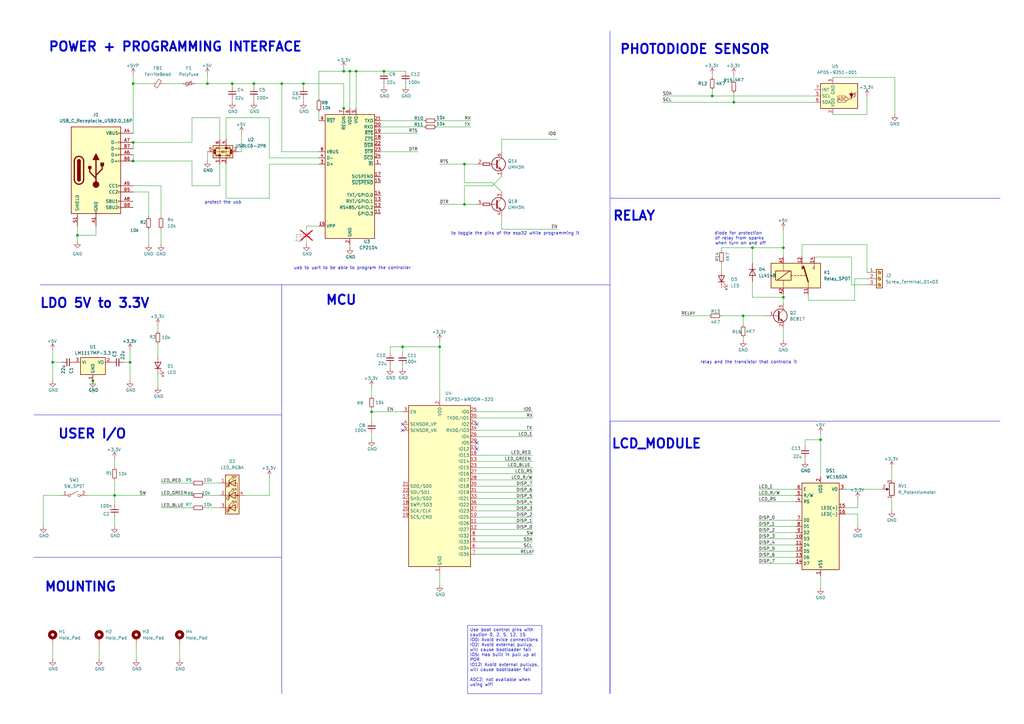
<source format=kicad_sch>
(kicad_sch (version 20231120) (generator "eeschema") (generator_version "8.0")
  (paper "A3")
  (junction (at 140.97 29.21))
  (junction (at 321.31 101.6))
  (junction (at 336.55 180.34))
  (junction (at 46.99 203.2))
  (junction (at 308.61 101.6))
  (junction (at 38.1 156.21))
  (junction (at 292.1 39.37))
  (junction (at 143.51 29.21))
  (junction (at 54.61 34.29))
  (junction (at 321.31 121.92))
  (junction (at 31.75 96.52))
  (junction (at 146.05 29.21))
  (junction (at 180.34 142.24))
  (junction (at 165.1 142.24))
  (junction (at 152.4 168.91))
  (junction (at 95.25 34.29))
  (junction (at 157.48 29.21))
  (junction (at 304.8 129.54))
  (junction (at 104.14 34.29))
  (junction (at 54.61 58.42))
  (junction (at 115.57 34.29))
  (junction (at 53.34 148.59))
  (junction (at 300.99 41.91))
  (junction (at 140.97 44.45))
  (junction (at 190.5 83.82))
  (junction (at 85.09 34.29))
  (junction (at 21.59 148.59))
  (junction (at 124.46 34.29))
  (junction (at 54.61 66.04))
  (junction (at 190.5 67.31))
  (no_connect (at 195.58 181.61))
  (no_connect (at 165.1 173.99))
  (no_connect (at 165.1 176.53))
  (no_connect (at 195.58 173.99))
  (no_connect (at 195.58 184.15))
  (wire (pts (xy 80.01 34.29) (xy 85.09 34.29)))
  (wire (pts (xy 156.21 62.23) (xy 171.45 62.23)))
  (wire (pts (xy 295.91 102.87) (xy 295.91 101.6)))
  (wire (pts (xy 195.58 201.93) (xy 218.44 201.93)))
  (wire (pts (xy 140.97 44.45) (xy 140.97 34.29)))
  (wire (pts (xy 355.6 100.33) (xy 328.93 100.33)))
  (wire (pts (xy 64.77 146.05) (xy 64.77 140.97)))
  (wire (pts (xy 295.91 129.54) (xy 304.8 129.54)))
  (wire (pts (xy 180.34 142.24) (xy 180.34 163.83)))
  (wire (pts (xy 46.99 212.09) (xy 46.99 215.9)))
  (wire (pts (xy 311.15 205.74) (xy 326.39 205.74)))
  (wire (pts (xy 73.66 264.16) (xy 73.66 270.51)))
  (wire (pts (xy 195.58 212.09) (xy 218.44 212.09)))
  (wire (pts (xy 195.58 207.01) (xy 218.44 207.01)))
  (wire (pts (xy 66.04 93.98) (xy 66.04 100.33)))
  (wire (pts (xy 110.49 67.31) (xy 130.81 67.31)))
  (wire (pts (xy 62.23 34.29) (xy 54.61 34.29)))
  (wire (pts (xy 21.59 143.51) (xy 21.59 148.59)))
  (wire (pts (xy 160.02 144.78) (xy 160.02 142.24)))
  (wire (pts (xy 60.96 78.74) (xy 60.96 88.9)))
  (wire (pts (xy 66.04 203.2) (xy 78.74 203.2)))
  (wire (pts (xy 180.34 67.31) (xy 190.5 67.31)))
  (wire (pts (xy 110.49 81.28) (xy 110.49 67.31)))
  (wire (pts (xy 66.04 198.12) (xy 78.74 198.12)))
  (wire (pts (xy 125.73 93.98) (xy 125.73 92.71)))
  (wire (pts (xy 130.81 29.21) (xy 140.97 29.21)))
  (wire (pts (xy 195.58 214.63) (xy 218.44 214.63)))
  (wire (pts (xy 25.4 203.2) (xy 17.78 203.2)))
  (wire (pts (xy 349.25 116.84) (xy 355.6 116.84)))
  (wire (pts (xy 92.71 67.31) (xy 92.71 81.28)))
  (wire (pts (xy 179.07 49.53) (xy 193.04 49.53)))
  (wire (pts (xy 46.99 203.2) (xy 35.56 203.2)))
  (wire (pts (xy 304.8 138.43) (xy 304.8 139.7)))
  (wire (pts (xy 311.15 223.52) (xy 326.39 223.52)))
  (wire (pts (xy 166.37 35.56) (xy 166.37 34.29)))
  (wire (pts (xy 39.37 96.52) (xy 31.75 96.52)))
  (wire (pts (xy 330.2 182.88) (xy 330.2 180.34)))
  (wire (pts (xy 143.51 44.45) (xy 143.51 29.21)))
  (wire (pts (xy 152.4 167.64) (xy 152.4 168.91)))
  (wire (pts (xy 90.17 76.2) (xy 78.74 76.2)))
  (wire (pts (xy 351.79 210.82) (xy 351.79 215.9)))
  (wire (pts (xy 321.31 101.6) (xy 321.31 105.41)))
  (wire (pts (xy 130.81 62.23) (xy 115.57 62.23)))
  (wire (pts (xy 53.34 148.59) (xy 53.34 156.21)))
  (wire (pts (xy 350.52 123.19) (xy 331.47 123.19)))
  (wire (pts (xy 355.6 111.76) (xy 355.6 100.33)))
  (wire (pts (xy 92.71 81.28) (xy 110.49 81.28)))
  (wire (pts (xy 55.88 264.16) (xy 55.88 270.51)))
  (wire (pts (xy 124.46 34.29) (xy 115.57 34.29)))
  (wire (pts (xy 99.06 62.23) (xy 97.79 62.23)))
  (wire (pts (xy 140.97 29.21) (xy 143.51 29.21)))
  (wire (pts (xy 195.58 168.91) (xy 218.44 168.91)))
  (wire (pts (xy 292.1 31.75) (xy 292.1 30.48)))
  (wire (pts (xy 83.82 203.2) (xy 90.17 203.2)))
  (wire (pts (xy 125.73 92.71) (xy 130.81 92.71)))
  (wire (pts (xy 195.58 176.53) (xy 218.44 176.53)))
  (wire (pts (xy 130.81 40.64) (xy 130.81 29.21)))
  (wire (pts (xy 60.96 93.98) (xy 60.96 100.33)))
  (wire (pts (xy 64.77 133.35) (xy 64.77 135.89)))
  (wire (pts (xy 341.63 31.75) (xy 367.03 31.75)))
  (wire (pts (xy 54.61 63.5) (xy 54.61 66.04)))
  (wire (pts (xy 156.21 54.61) (xy 171.45 54.61)))
  (wire (pts (xy 50.8 148.59) (xy 53.34 148.59)))
  (wire (pts (xy 355.6 39.37) (xy 355.6 46.99)))
  (wire (pts (xy 83.82 198.12) (xy 90.17 198.12)))
  (wire (pts (xy 92.71 48.26) (xy 110.49 48.26)))
  (wire (pts (xy 78.74 48.26) (xy 78.74 58.42)))
  (wire (pts (xy 46.99 207.01) (xy 46.99 203.2)))
  (wire (pts (xy 292.1 36.83) (xy 292.1 39.37)))
  (wire (pts (xy 130.81 49.53) (xy 130.81 45.72)))
  (wire (pts (xy 140.97 34.29) (xy 124.46 34.29)))
  (wire (pts (xy 17.78 203.2) (xy 17.78 215.9)))
  (wire (pts (xy 295.91 101.6) (xy 308.61 101.6)))
  (wire (pts (xy 330.2 180.34) (xy 336.55 180.34)))
  (wire (pts (xy 78.74 58.42) (xy 54.61 58.42)))
  (wire (pts (xy 195.58 224.79) (xy 218.44 224.79)))
  (wire (pts (xy 152.4 162.56) (xy 152.4 158.75)))
  (wire (pts (xy 64.77 158.75) (xy 64.77 153.67)))
  (wire (pts (xy 321.31 120.65) (xy 321.31 121.92)))
  (wire (pts (xy 190.5 74.93) (xy 190.5 67.31)))
  (wire (pts (xy 195.58 204.47) (xy 218.44 204.47)))
  (wire (pts (xy 205.74 57.15) (xy 228.6 57.15)))
  (wire (pts (xy 165.1 144.78) (xy 165.1 142.24)))
  (wire (pts (xy 201.93 76.2) (xy 205.74 72.39)))
  (wire (pts (xy 304.8 129.54) (xy 313.69 129.54)))
  (wire (pts (xy 160.02 149.86) (xy 160.02 151.13)))
  (wire (pts (xy 165.1 142.24) (xy 180.34 142.24)))
  (wire (pts (xy 39.37 92.71) (xy 39.37 96.52)))
  (wire (pts (xy 308.61 107.95) (xy 308.61 101.6)))
  (wire (pts (xy 336.55 180.34) (xy 336.55 195.58)))
  (wire (pts (xy 53.34 143.51) (xy 53.34 148.59)))
  (wire (pts (xy 311.15 203.2) (xy 326.39 203.2)))
  (wire (pts (xy 321.31 93.98) (xy 321.31 101.6)))
  (wire (pts (xy 271.78 41.91) (xy 300.99 41.91)))
  (wire (pts (xy 54.61 60.96) (xy 54.61 58.42)))
  (wire (pts (xy 311.15 226.06) (xy 326.39 226.06)))
  (wire (pts (xy 157.48 35.56) (xy 157.48 34.29)))
  (polyline (pts (xy 250.19 172.72) (xy 410.21 172.72)))
  (wire (pts (xy 311.15 220.98) (xy 326.39 220.98)))
  (polyline (pts (xy 250.19 12.7) (xy 250.19 284.48)))
  (wire (pts (xy 321.31 134.62) (xy 321.31 139.7)))
  (wire (pts (xy 180.34 234.95) (xy 180.34 240.03)))
  (wire (pts (xy 190.5 67.31) (xy 195.58 67.31)))
  (wire (pts (xy 295.91 110.49) (xy 295.91 107.95)))
  (wire (pts (xy 40.64 264.16) (xy 40.64 270.51)))
  (polyline (pts (xy 13.97 170.18) (xy 115.57 170.18)))
  (wire (pts (xy 367.03 31.75) (xy 367.03 46.99)))
  (wire (pts (xy 152.4 172.72) (xy 152.4 168.91)))
  (wire (pts (xy 279.4 129.54) (xy 290.83 129.54)))
  (wire (pts (xy 308.61 101.6) (xy 321.31 101.6)))
  (wire (pts (xy 292.1 39.37) (xy 334.01 39.37)))
  (wire (pts (xy 350.52 114.3) (xy 350.52 123.19)))
  (wire (pts (xy 54.61 76.2) (xy 66.04 76.2)))
  (wire (pts (xy 90.17 67.31) (xy 90.17 76.2)))
  (wire (pts (xy 365.76 204.47) (xy 365.76 209.55)))
  (wire (pts (xy 205.74 62.23) (xy 205.74 57.15)))
  (wire (pts (xy 311.15 215.9) (xy 326.39 215.9)))
  (wire (pts (xy 300.99 41.91) (xy 334.01 41.91)))
  (wire (pts (xy 300.99 33.02) (xy 300.99 30.48)))
  (wire (pts (xy 125.73 100.33) (xy 125.73 99.06)))
  (wire (pts (xy 195.58 196.85) (xy 218.44 196.85)))
  (wire (pts (xy 336.55 236.22) (xy 336.55 241.3)))
  (wire (pts (xy 311.15 218.44) (xy 326.39 218.44)))
  (wire (pts (xy 83.82 208.28) (xy 90.17 208.28)))
  (wire (pts (xy 54.61 30.48) (xy 54.61 34.29)))
  (wire (pts (xy 46.99 191.77) (xy 46.99 187.96)))
  (wire (pts (xy 304.8 133.35) (xy 304.8 129.54)))
  (wire (pts (xy 336.55 177.8) (xy 336.55 180.34)))
  (wire (pts (xy 195.58 179.07) (xy 218.44 179.07)))
  (wire (pts (xy 95.25 41.91) (xy 95.25 40.64)))
  (wire (pts (xy 21.59 264.16) (xy 21.59 270.51)))
  (wire (pts (xy 179.07 52.07) (xy 193.04 52.07)))
  (wire (pts (xy 195.58 227.33) (xy 218.44 227.33)))
  (wire (pts (xy 308.61 115.57) (xy 308.61 121.92)))
  (polyline (pts (xy 250.19 172.72) (xy 250.19 284.48)))
  (wire (pts (xy 67.31 34.29) (xy 74.93 34.29)))
  (wire (pts (xy 110.49 64.77) (xy 130.81 64.77)))
  (wire (pts (xy 160.02 142.24) (xy 165.1 142.24)))
  (wire (pts (xy 143.51 101.6) (xy 143.51 100.33)))
  (wire (pts (xy 31.75 96.52) (xy 31.75 99.06)))
  (wire (pts (xy 54.61 78.74) (xy 60.96 78.74)))
  (wire (pts (xy 54.61 34.29) (xy 54.61 54.61)))
  (wire (pts (xy 66.04 208.28) (xy 78.74 208.28)))
  (wire (pts (xy 100.33 203.2) (xy 110.49 203.2)))
  (wire (pts (xy 195.58 219.71) (xy 218.44 219.71)))
  (polyline (pts (xy 16.51 116.84) (xy 250.19 116.84)))
  (wire (pts (xy 334.01 105.41) (xy 349.25 105.41)))
  (wire (pts (xy 46.99 203.2) (xy 59.69 203.2)))
  (wire (pts (xy 140.97 45.72) (xy 140.97 44.45)))
  (wire (pts (xy 78.74 66.04) (xy 54.61 66.04)))
  (wire (pts (xy 90.17 57.15) (xy 90.17 48.26)))
  (wire (pts (xy 66.04 76.2) (xy 66.04 88.9)))
  (wire (pts (xy 195.58 171.45) (xy 218.44 171.45)))
  (wire (pts (xy 21.59 148.59) (xy 21.59 156.21)))
  (wire (pts (xy 104.14 41.91) (xy 104.14 40.64)))
  (wire (pts (xy 365.76 191.77) (xy 365.76 196.85)))
  (wire (pts (xy 190.5 76.2) (xy 201.93 76.2)))
  (wire (pts (xy 205.74 93.98) (xy 228.6 93.98)))
  (wire (pts (xy 38.1 156.21) (xy 38.1 161.29)))
  (wire (pts (xy 180.34 83.82) (xy 190.5 83.82)))
  (wire (pts (xy 346.71 210.82) (xy 351.79 210.82)))
  (wire (pts (xy 195.58 191.77) (xy 218.44 191.77)))
  (wire (pts (xy 195.58 186.69) (xy 218.44 186.69)))
  (wire (pts (xy 95.25 35.56) (xy 95.25 34.29)))
  (wire (pts (xy 152.4 168.91) (xy 165.1 168.91)))
  (wire (pts (xy 180.34 139.7) (xy 180.34 142.24)))
  (wire (pts (xy 110.49 203.2) (xy 110.49 195.58)))
  (wire (pts (xy 143.51 29.21) (xy 146.05 29.21)))
  (wire (pts (xy 271.78 39.37) (xy 292.1 39.37)))
  (wire (pts (xy 300.99 38.1) (xy 300.99 41.91)))
  (wire (pts (xy 78.74 76.2) (xy 78.74 66.04)))
  (wire (pts (xy 308.61 121.92) (xy 321.31 121.92)))
  (wire (pts (xy 346.71 200.66) (xy 361.95 200.66)))
  (wire (pts (xy 104.14 34.29) (xy 95.25 34.29)))
  (wire (pts (xy 328.93 100.33) (xy 328.93 105.41)))
  (wire (pts (xy 156.21 52.07) (xy 173.99 52.07)))
  (wire (pts (xy 205.74 93.98) (xy 205.74 88.9)))
  (wire (pts (xy 321.31 121.92) (xy 321.31 124.46)))
  (wire (pts (xy 165.1 149.86) (xy 165.1 151.13)))
  (wire (pts (xy 140.97 27.94) (xy 140.97 29.21)))
  (polyline (pts (xy 13.97 228.6) (xy 115.57 228.6)))
  (wire (pts (xy 195.58 189.23) (xy 218.44 189.23)))
  (wire (pts (xy 46.99 196.85) (xy 46.99 203.2)))
  (wire (pts (xy 195.58 217.17) (xy 218.44 217.17)))
  (wire (pts (xy 311.15 200.66) (xy 326.39 200.66)))
  (wire (pts (xy 205.74 78.74) (xy 201.93 74.93)))
  (wire (pts (xy 355.6 114.3) (xy 350.52 114.3)))
  (wire (pts (xy 311.15 228.6) (xy 326.39 228.6)))
  (wire (pts (xy 156.21 49.53) (xy 173.99 49.53)))
  (wire (pts (xy 110.49 48.26) (xy 110.49 64.77)))
  (wire (pts (xy 195.58 199.39) (xy 218.44 199.39)))
  (wire (pts (xy 331.47 123.19) (xy 331.47 120.65)))
  (wire (pts (xy 85.09 62.23) (xy 85.09 66.04)))
  (wire (pts (xy 341.63 46.99) (xy 355.6 46.99)))
  (wire (pts (xy 124.46 41.91) (xy 124.46 40.64)))
  (wire (pts (xy 146.05 29.21) (xy 146.05 44.45)))
  (wire (pts (xy 311.15 231.14) (xy 326.39 231.14)))
  (wire (pts (xy 330.2 187.96) (xy 330.2 189.23)))
  (polyline (pts (xy 250.19 81.28) (xy 410.21 81.28)))
  (wire (pts (xy 152.4 177.8) (xy 152.4 180.34)))
  (wire (pts (xy 195.58 194.31) (xy 218.44 194.31)))
  (wire (pts (xy 346.71 208.28) (xy 351.79 208.28)))
  (wire (pts (xy 195.58 209.55) (xy 218.44 209.55)))
  (wire (pts (xy 85.09 34.29) (xy 85.09 30.48)))
  (polyline (pts (xy 115.57 116.84) (xy 115.57 284.48)))
  (wire (pts (xy 311.15 213.36) (xy 326.39 213.36)))
  (wire (pts (xy 190.5 83.82) (xy 195.58 83.82)))
  (wire (pts (xy 99.06 54.61) (xy 99.06 62.23)))
  (wire (pts (xy 90.17 48.26) (xy 78.74 48.26)))
  (wire (pts (xy 146.05 29.21) (xy 157.48 29.21)))
  (wire (pts (xy 104.14 35.56) (xy 104.14 34.29)))
  (wire (pts (xy 157.48 29.21) (xy 166.37 29.21)))
  (wire (pts (xy 115.57 34.29) (xy 104.14 34.29)))
  (wire (pts (xy 351.79 204.47) (xy 351.79 208.28)))
  (wire (pts (xy 95.25 34.29) (xy 85.09 34.29)))
  (wire (pts (xy 349.25 105.41) (xy 349.25 116.84)))
  (wire (pts (xy 92.71 57.15) (xy 92.71 48.26)))
  (wire (pts (xy 195.58 222.25) (xy 218.44 222.25)))
  (wire (pts (xy 115.57 62.23) (xy 115.57 34.29)))
  (wire (pts (xy 201.93 74.93) (xy 190.5 74.93)))
  (wire (pts (xy 25.4 148.59) (xy 21.59 148.59)))
  (wire (pts (xy 124.46 35.56) (xy 124.46 34.29)))
  (wire (pts (xy 31.75 92.71) (xy 31.75 96.52)))
  (wire (pts (xy 190.5 76.2) (xy 190.5 83.82)))
  (text_box "Use boot control pins with caution 0, 2, 5, 12, 15\nIO0: Avoid evice connections\nIO2: Avoid external pullup, will cause bootloader fail\nIO5: Has built in pull up at POR\nIO12: Avoid external pullups, will cause bootloader fail\n\nADC2; not available when using wifi\n" (at 191.77 256.54 0) (size 30.48 27.94) (effects (font (size 1.27 1.27)) (justify left top)))
  (text "PHOTODIODE SENSOR\n" (at 284.988 20.32 0) (effects (font (size 3.81 3.81) (thickness 0.762) (bold yes))))
  (text "LCD_MODULE" (at 269.24 182.118 0) (effects (font (size 3.81 3.81) (thickness 0.762) (bold yes))))
  (text "protect the usb" (at 91.44 83.058 0) (effects (font (size 1.27 1.27))))
  (text "usb to uart to be able to program the controller\n" (at 144.526 109.982 0) (effects (font (size 1.27 1.27))))
  (text "MCU\n" (at 139.954 123.19 0) (effects (font (size 3.81 3.81) (thickness 0.762) (bold yes))))
  (text "POWER + PROGRAMMING INTERFACE\n" (at 71.882 19.304 0) (effects (font (size 3.81 3.81) (thickness 0.762) (bold yes))))
  (text "RELAY\n" (at 260.096 88.646 0) (effects (font (size 3.81 3.81) (thickness 0.762) (bold yes))))
  (text "MOUNTING\n" (at 33.02 240.792 0) (effects (font (size 3.81 3.81) (thickness 0.762) (bold yes))))
  (text "diode for protection \nof relay from sparks\n when turn on and off\n" (at 303.276 97.79 0) (effects (font (size 1.27 1.27))))
  (text "LDO 5V to 3.3V" (at 38.862 124.46 0) (effects (font (size 3.81 3.81) (thickness 0.762) (bold yes))))
  (text "relay and the transistor that controlls it\n" (at 307.086 148.59 0) (effects (font (size 1.27 1.27))))
  (text "to toggle the pins of the esp32 while programming it " (at 211.836 95.758 0) (effects (font (size 1.27 1.27))))
  (text "USER I/O\n" (at 37.846 178.054 0) (effects (font (size 3.81 3.81) (thickness 0.762) (bold yes))))
  (label "RTS" (at 167.64 54.61 0))
  (label "TX" (at 190.5 52.07 0))
  (label "DISP_6" (at 218.44 201.93 180))
  (label "RELAY" (at 213.36 227.33 0))
  (label "DISP_6" (at 311.15 228.6 0))
  (label "RX" (at 215.9 171.45 0))
  (label "LED_RED" (at 66.04 198.12 0))
  (label "LED_GREEN" (at 66.04 203.2 0))
  (label "DISP_1" (at 218.44 214.63 180))
  (label "DTR" (at 180.34 83.82 0))
  (label "SCL" (at 214.63 224.79 0))
  (label "DISP_0" (at 218.44 217.17 180))
  (label "SDA" (at 214.63 222.25 0))
  (label "DISP_7" (at 218.44 199.39 180))
  (label "LED_RED" (at 209.55 186.69 0))
  (label "DISP_2" (at 311.15 218.44 0))
  (label "LED_BLUE" (at 66.04 208.28 0))
  (label "LED_GREEN" (at 207.01 189.23 0))
  (label "RX" (at 190.5 49.53 0))
  (label "LCD_RS" (at 311.15 205.74 0))
  (label "DISP_4" (at 311.15 223.52 0))
  (label "IO0" (at 224.79 55.88 0))
  (label "TX" (at 215.9 176.53 0))
  (label "LCD_E" (at 311.15 200.66 0))
  (label "LCD_R{slash}W" (at 311.15 203.2 0))
  (label "IO0" (at 214.63 168.91 0))
  (label "SDA" (at 271.78 39.37 0))
  (label "SW" (at 215.9 219.71 0))
  (label "LCD_R{slash}W" (at 218.44 196.85 180))
  (label "DISP_0" (at 311.15 213.36 0))
  (label "LED_BLUE" (at 208.28 191.77 0))
  (label "SCL" (at 271.78 41.91 0))
  (label "RELAY" (at 279.4 129.54 0))
  (label "DISP_4" (at 218.44 207.01 180))
  (label "EN" (at 226.06 93.98 0))
  (label "RTS" (at 180.34 67.31 0))
  (label "LCD_RS" (at 218.44 194.31 180))
  (label "DISP_3" (at 218.44 209.55 180))
  (label "DISP_2" (at 218.44 212.09 180))
  (label "DISP_1" (at 311.15 215.9 0))
  (label "SW" (at 57.15 203.2 0))
  (label "DISP_5" (at 218.44 204.47 180))
  (label "LCD_E" (at 218.44 179.07 180))
  (label "DISP_3" (at 311.15 220.98 0))
  (label "EN" (at 158.75 168.91 0))
  (label "DISP_5" (at 311.15 226.06 0))
  (label "DISP_7" (at 311.15 231.14 0))
  (label "DTR" (at 167.64 62.23 0))
  (symbol (lib_id "power:GND") (at 165.1 151.13 0) (unit 1)
    (property "Reference" "#PWR033" (effects (hide yes)))
    (property "Value" "GND" (at 165.354 154.94 0))
    (property "Description" "Power symbol creates a global label with name \"GND\" , ground" (effects (hide yes)))
  )
  (symbol (lib_id "power:+5V") (at 300.99 30.48 0) (unit 1)
    (property "Reference" "#PWR038" (effects (hide yes)))
    (property "Value" "+3.3V" (at 300.736 26.924 0))
    (property "Description" "Power symbol creates a global label with name \"+5V\"" (effects (hide yes)))
  )
  (symbol (lib_id "Display_Character:WC1602A") (at 336.55 215.9 0) (unit 1)
    (property "Reference" "DS1" (at 338.7441 193.04 0) (effects (justify left)))
    (property "Value" "WC1602A" (at 338.7441 195.58 0) (effects (justify left)))
    (property "Footprint" "Display:WC1602A" (effects (hide yes)))
    (property "Datasheet" "http://www.wincomlcd.com/pdf/WC1602A-SFYLYHTC06.pdf" (effects (hide yes)))
    (property "Description" "LCD 16x2 Alphanumeric , 8 bit parallel bus, 5V VDD" (effects (hide yes)))
  )
  (symbol (lib_id "Device:C_Small") (at 166.37 31.75 0) (unit 1)
    (property "Reference" "C12" (at 168.402 30.48 0) (effects (justify left)))
    (property "Value" "100n" (at 167.386 33.782 0) (effects (justify left)))
    (property "Footprint" "Capacitor_SMD:C_0201_0603Metric_Pad0.64x0.40mm_HandSolder" (effects (hide yes)))
    (property "Description" "Unpolarized capacitor, small symbol" (effects (hide yes)))
  )
  (symbol (lib_id "Diode:LL4148") (at 308.61 111.76 270) (unit 1)
    (property "Reference" "D4" (at 311.15 110.4899 90) (effects (justify left)))
    (property "Value" "LL4148" (at 311.15 113.0299 90) (effects (justify left)))
    (property "Footprint" "Diode_SMD:D_MiniMELF_Handsoldering" (effects (hide yes)))
    (property "Datasheet" "http://www.vishay.com/docs/85557/ll4148.pdf" (effects (hide yes)))
    (property "Description" "100V 0.15A standard switching diode, MiniMELF" (effects (hide yes)))
    (property "Sim.Device" "D" (effects (hide yes)))
    (property "Sim.Pins" "1=K 2=A" (effects (hide yes)))
  )
  (symbol (lib_id "power:+5V") (at 110.49 195.58 0) (unit 1)
    (property "Reference" "#PWR024" (effects (hide yes)))
    (property "Value" "+3.3V" (at 110.236 192.024 0))
    (property "Description" "Power symbol creates a global label with name \"+5V\"" (effects (hide yes)))
  )
  (symbol (lib_id "Device:R_Small") (at 60.96 91.44 0) (unit 1)
    (property "Reference" "R2" (at 57.404 91.186 0) (effects (justify left)))
    (property "Value" "10k" (at 53.34 94.488 0) (effects (justify left)))
    (property "Footprint" "Resistor_SMD:R_01005_0402Metric_Pad0.57x0.30mm_HandSolder" (effects (hide yes)))
    (property "Description" "Resistor, small symbol" (effects (hide yes)))
  )
  (symbol (lib_id "power:+5V") (at 152.4 158.75 0) (unit 1)
    (property "Reference" "#PWR029" (effects (hide yes)))
    (property "Value" "+3.3V" (at 152.146 155.194 0))
    (property "Description" "Power symbol creates a global label with name \"+5V\"" (effects (hide yes)))
  )
  (symbol (lib_id "Device:C_Small") (at 48.26 148.59 90) (unit 1)
    (property "Reference" "C3" (at 46.99 146.558 0) (effects (justify left)))
    (property "Value" "22u" (at 50.292 147.574 0) (effects (justify left)))
    (property "Footprint" "Capacitor_SMD:C_01005_0402Metric_Pad0.57x0.30mm_HandSolder" (effects (hide yes)))
    (property "Description" "Unpolarized capacitor, small symbol" (effects (hide yes)))
  )
  (symbol (lib_id "power:GND") (at 365.76 209.55 0) (unit 1)
    (property "Reference" "#PWR049" (effects (hide yes)))
    (property "Value" "GND" (at 365.76 213.36 0))
    (property "Description" "Power symbol creates a global label with name \"GND\" , ground" (effects (hide yes)))
  )
  (symbol (lib_id "power:+5V") (at 365.76 191.77 0) (unit 1)
    (property "Reference" "#PWR048" (effects (hide yes)))
    (property "Value" "+3.3V" (at 365.506 188.214 0))
    (property "Description" "Power symbol creates a global label with name \"+5V\"" (effects (hide yes)))
  )
  (symbol (lib_id "Relay:Relay_SPDT") (at 326.39 113.03 0) (unit 1)
    (property "Reference" "K1" (at 337.82 111.7599 0) (effects (justify left)))
    (property "Value" "Relay_SPDT" (at 337.82 114.2999 0) (effects (justify left)))
    (property "Footprint" "Relay_THT:Relay_SPDT_Schrack-RT1-16A-FormC_RM5mm" (effects (hide yes)))
    (property "Description" "Monostable Relay SPDT, EN50005" (effects (hide yes)))
  )
  (symbol (lib_id "power:GND") (at 160.02 151.13 0) (unit 1)
    (property "Reference" "#PWR032" (effects (hide yes)))
    (property "Value" "GND" (at 160.274 154.94 0))
    (property "Description" "Power symbol creates a global label with name \"GND\" , ground" (effects (hide yes)))
  )
  (symbol (lib_id "Connector:Screw_Terminal_01x03") (at 360.68 114.3 0) (unit 1)
    (property "Reference" "J2" (at 363.22 113.0299 0) (effects (justify left)))
    (property "Value" "Screw_Terminal_01x03" (at 363.22 115.5699 0) (effects (justify left)))
    (property "Footprint" "TerminalBlock_Phoenix:TerminalBlock_Phoenix_PTSM-0,5-3-2.5-V-THR_1x03_P2.50mm_Vertical" (effects (hide yes)))
    (property "Description" "Generic screw terminal, single row, 01x03, script generated (kicad-library-utils/schlib/autogen/connector/)" (effects (hide yes)))
  )
  (symbol (lib_id "power:+5V") (at 351.79 204.47 0) (unit 1)
    (property "Reference" "#PWR045" (effects (hide yes)))
    (property "Value" "+3.3V" (at 351.536 200.914 0))
    (property "Description" "Power symbol creates a global label with name \"+5V\"" (effects (hide yes)))
  )
  (symbol (lib_id "power:+3.3V") (at 140.97 27.94 0) (unit 1)
    (property "Reference" "#PWR027" (effects (hide yes)))
    (property "Value" "+3.3V" (at 140.97 24.638 0))
    (property "Description" "Power symbol creates a global label with name \"+3.3V\"" (effects (hide yes)))
  )
  (symbol (lib_id "power:GND") (at 124.46 41.91 0) (unit 1)
    (property "Reference" "#PWR025" (effects (hide yes)))
    (property "Value" "GND" (at 124.714 45.72 0))
    (property "Description" "Power symbol creates a global label with name \"GND\" , ground" (effects (hide yes)))
  )
  (symbol (lib_id "Mechanical:MountingHole_Pad") (at 73.66 261.62 0) (unit 1) (exclude_from_sim yes) (in_bom no)
    (property "Reference" "H4" (at 76.2 259.0799 0) (effects (justify left)))
    (property "Value" "Hole_Pad" (at 76.2 261.6199 0) (effects (justify left)))
    (property "Footprint" "MountingHole:MountingHole_2.2mm_M2_DIN965_Pad" (effects (hide yes)))
    (property "Description" "Mounting Hole with connection" (effects (hide yes)))
  )
  (symbol (lib_id "Device:R_Small") (at 304.8 135.89 0) (unit 1)
    (property "Reference" "R16" (at 300.228 136.144 0) (effects (justify left)))
    (property "Value" "4K7" (at 305.816 135.89 0) (effects (justify left)))
    (property "Footprint" "Resistor_SMD:R_01005_0402Metric_Pad0.57x0.30mm_HandSolder" (effects (hide yes)))
    (property "Description" "Resistor, small symbol" (effects (hide yes)))
  )
  (symbol (lib_id "Device:C_Small") (at 330.2 185.42 180) (unit 1)
    (property "Reference" "C13" (at 328.422 183.896 0) (effects (justify left)))
    (property "Value" "22u" (at 328.93 187.198 0) (effects (justify left)))
    (property "Footprint" "Capacitor_SMD:C_01005_0402Metric_Pad0.57x0.30mm_HandSolder" (effects (hide yes)))
    (property "Description" "Unpolarized capacitor, small symbol" (effects (hide yes)))
  )
  (symbol (lib_id "Transistor_BJT:UMH3N") (at 200.66 67.31 0) (unit 1)
    (property "Reference" "Q1" (at 208.28 66.0399 0) (effects (justify left)))
    (property "Value" "UMH3N" (at 208.28 68.5799 0) (effects (justify left)))
    (property "Footprint" "Package_TO_SOT_SMD:SOT-363_SC-70-6" (effects (hide yes)))
    (property "Datasheet" "http://rohmfs.rohm.com/en/products/databook/datasheet/discrete/transistor/digital/emh3t2r-e.pdf" (effects (hide yes)))
    (property "Description" "0.1A Ic, 50V Vce, Dual NPN Input Resistor Transistors, SOT-363" (effects (hide yes)))
  )
  (symbol (lib_id "Mechanical:MountingHole_Pad") (at 40.64 261.62 0) (unit 1) (exclude_from_sim yes) (in_bom no)
    (property "Reference" "H2" (at 43.18 259.0799 0) (effects (justify left)))
    (property "Value" "Hole_Pad" (at 43.18 261.6199 0) (effects (justify left)))
    (property "Footprint" "MountingHole:MountingHole_2.2mm_M2_DIN965_Pad" (effects (hide yes)))
    (property "Description" "Mounting Hole with connection" (effects (hide yes)))
  )
  (symbol (lib_id "power:+5V") (at 99.06 54.61 0) (unit 1)
    (property "Reference" "#PWR022" (effects (hide yes)))
    (property "Value" "+5V" (at 98.806 51.054 0))
    (property "Description" "Power symbol creates a global label with name \"+5V\"" (effects (hide yes)))
  )
  (symbol (lib_id "Device:R_Small") (at 81.28 198.12 90) (unit 1)
    (property "Reference" "R5" (at 78.74 196.85 90) (effects (justify left)))
    (property "Value" "10k" (at 87.122 196.85 90) (effects (justify left)))
    (property "Footprint" "Resistor_SMD:R_01005_0402Metric_Pad0.57x0.30mm_HandSolder" (effects (hide yes)))
    (property "Description" "Resistor, small symbol" (effects (hide yes)))
  )
  (symbol (lib_id "power:GND") (at 21.59 156.21 0) (unit 1)
    (property "Reference" "#PWR03" (effects (hide yes)))
    (property "Value" "GND" (at 21.844 160.02 0))
    (property "Description" "Power symbol creates a global label with name \"GND\" , ground" (effects (hide yes)))
  )
  (symbol (lib_id "RF_Module:ESP32-WROOM-32D") (at 180.34 199.39 0) (unit 1)
    (property "Reference" "U4" (at 182.5341 161.29 0) (effects (justify left)))
    (property "Value" "ESP32-WROOM-32D" (at 182.5341 163.83 0) (effects (justify left)))
    (property "Footprint" "RF_Module:ESP32-WROOM-32D" (effects (hide yes)))
    (property "Datasheet" "https://www.espressif.com/sites/default/files/documentation/esp32-wroom-32d_esp32-wroom-32u_datasheet_en.pdf" (effects (hide yes)))
    (property "Description" "RF Module, ESP32-D0WD SoC, Wi-Fi 802.11b/g/n, Bluetooth, BLE, 32-bit, 2.7-3.6V, onboard antenna, SMD" (effects (hide yes)))
  )
  (symbol (lib_id "power:GND") (at 321.31 139.7 0) (unit 1)
    (property "Reference" "#PWR041" (effects (hide yes)))
    (property "Value" "GND" (at 321.31 143.51 0))
    (property "Description" "Power symbol creates a global label with name \"GND\" , ground" (effects (hide yes)))
  )
  (symbol (lib_id "Device:C_Small") (at 104.14 38.1 0) (unit 1)
    (property "Reference" "C5" (at 106.172 36.83 0) (effects (justify left)))
    (property "Value" "100n" (at 105.156 40.132 0) (effects (justify left)))
    (property "Footprint" "Capacitor_SMD:C_0201_0603Metric_Pad0.64x0.40mm_HandSolder" (effects (hide yes)))
    (property "Description" "Unpolarized capacitor, small symbol" (effects (hide yes)))
  )
  (symbol (lib_id "Device:R_Potentiometer") (at 365.76 200.66 180) (unit 1)
    (property "Reference" "RV1" (at 368.3 199.3899 0) (effects (justify right)))
    (property "Value" "R_Potentiometer" (at 368.3 201.9299 0) (effects (justify right)))
    (property "Footprint" "Potentiometer_SMD:Potentiometer_ACP_CA14-VSMD_Vertical_Hole" (effects (hide yes)))
    (property "Description" "Potentiometer" (effects (hide yes)))
  )
  (symbol (lib_id "Sensor_Optical:APDS-9251-001") (at 344.17 39.37 180) (unit 1)
    (property "Reference" "U5" (at 341.122 27.178 0) (effects (justify right)))
    (property "Value" "APDS-9251-001" (at 335.026 29.718 0) (effects (justify right)))
    (property "Footprint" "OptoDevice:Broadcom_LGA-8_2x2mm_P0.5mm" (effects (hide yes)))
    (property "Datasheet" "https://docs.broadcom.com/doc/APDS-9251-001-DS" (effects (hide yes)))
    (property "Description" "Digital RGB, IR, and Ambient Light Sensor, 1.7-3.6V, LGA-8" (effects (hide yes)))
  )
  (symbol (lib_id "Device:FerriteBead_Small") (at 64.77 34.29 90) (unit 1)
    (property "Reference" "FB1" (at 64.7319 27.94 90))
    (property "Value" "FerriteBead" (at 64.7319 30.48 90))
    (property "Footprint" "Inductor_SMD:L_0603_1608Metric_Pad1.05x0.95mm_HandSolder" (effects (hide yes)))
    (property "Description" "Ferrite bead, small symbol" (effects (hide yes)))
  )
  (symbol (lib_id "power:+5VP") (at 54.61 30.48 0) (unit 1)
    (property "Reference" "#PWR012" (effects (hide yes)))
    (property "Value" "+5VP" (at 54.356 26.924 0))
    (property "Description" "Power symbol creates a global label with name \"+5VP\"" (effects (hide yes)))
  )
  (symbol (lib_id "power:GND") (at 17.78 215.9 0) (unit 1)
    (property "Reference" "#PWR01" (effects (hide yes)))
    (property "Value" "GND" (at 18.034 219.71 0))
    (property "Description" "Power symbol creates a global label with name \"GND\" , ground" (effects (hide yes)))
  )
  (symbol (lib_id "power:+5V") (at 336.55 177.8 0) (unit 1)
    (property "Reference" "#PWR043" (effects (hide yes)))
    (property "Value" "+5V" (at 336.296 174.244 0))
    (property "Description" "Power symbol creates a global label with name \"+5V\"" (effects (hide yes)))
  )
  (symbol (lib_id "Device:C_Small") (at 46.99 209.55 180) (unit 1)
    (property "Reference" "C2" (at 44.958 210.82 0) (effects (justify left)))
    (property "Value" "100n" (at 45.974 207.518 0) (effects (justify left)))
    (property "Footprint" "Capacitor_SMD:C_0201_0603Metric_Pad0.64x0.40mm_HandSolder" (effects (hide yes)))
    (property "Description" "Unpolarized capacitor, small symbol" (effects (hide yes)))
  )
  (symbol (lib_id "power:GND") (at 367.03 46.99 0) (unit 1)
    (property "Reference" "#PWR050" (effects (hide yes)))
    (property "Value" "GND" (at 367.03 50.8 0))
    (property "Description" "Power symbol creates a global label with name \"GND\" , ground" (effects (hide yes)))
  )
  (symbol (lib_id "power:GND") (at 125.73 100.33 0) (unit 1)
    (property "Reference" "#PWR026" (effects (hide yes)))
    (property "Value" "GND" (at 125.984 104.14 0))
    (property "Description" "Power symbol creates a global label with name \"GND\" , ground" (effects (hide yes)))
  )
  (symbol (lib_id "Mechanical:MountingHole_Pad") (at 21.59 261.62 0) (unit 1) (exclude_from_sim yes) (in_bom no)
    (property "Reference" "H1" (at 24.13 259.0799 0) (effects (justify left)))
    (property "Value" "Hole_Pad" (at 24.13 261.6199 0) (effects (justify left)))
    (property "Footprint" "MountingHole:MountingHole_2.2mm_M2_DIN965_Pad" (effects (hide yes)))
    (property "Description" "Mounting Hole with connection" (effects (hide yes)))
  )
  (symbol (lib_id "power:GND") (at 21.59 270.51 0) (unit 1)
    (property "Reference" "#PWR04" (effects (hide yes)))
    (property "Value" "GND" (at 21.844 274.32 0))
    (property "Description" "Power symbol creates a global label with name \"GND\" , ground" (effects (hide yes)))
  )
  (symbol (lib_id "Power_Protection:USBLC6-2P6") (at 90.17 62.23 90) (unit 1)
    (property "Reference" "U2" (at 102.87 57.2768 90))
    (property "Value" "USBLC6-2P6" (at 102.87 59.8168 90))
    (property "Footprint" "Package_TO_SOT_SMD:SOT-666" (effects (hide yes)))
    (property "Datasheet" "https://www.st.com/resource/en/datasheet/usblc6-2.pdf" (effects (hide yes)))
    (property "Description" "Very low capacitance ESD protection diode, 2 data-line, SOT-666" (effects (hide yes)))
  )
  (symbol (lib_id "Device:R_Small") (at 64.77 138.43 0) (unit 1)
    (property "Reference" "R3" (at 61.214 138.176 0) (effects (justify left)))
    (property "Value" "10k" (at 66.294 138.43 0) (effects (justify left)))
    (property "Footprint" "Resistor_SMD:R_01005_0402Metric_Pad0.57x0.30mm_HandSolder" (effects (hide yes)))
    (property "Description" "Resistor, small symbol" (effects (hide yes)))
  )
  (symbol (lib_id "power:GND") (at 166.37 35.56 0) (unit 1)
    (property "Reference" "#PWR034" (effects (hide yes)))
    (property "Value" "GND" (at 166.624 39.37 0))
    (property "Description" "Power symbol creates a global label with name \"GND\" , ground" (effects (hide yes)))
  )
  (symbol (lib_id "Device:R_Small") (at 152.4 165.1 0) (unit 1)
    (property "Reference" "R9" (at 146.304 165.354 0) (effects (justify left)))
    (property "Value" "10k" (at 153.924 165.1 0) (effects (justify left)))
    (property "Footprint" "Resistor_SMD:R_01005_0402Metric_Pad0.57x0.30mm_HandSolder" (effects (hide yes)))
    (property "Description" "Resistor, small symbol" (effects (hide yes)))
  )
  (symbol (lib_id "power:+5V") (at 321.31 93.98 0) (unit 1)
    (property "Reference" "#PWR040" (effects (hide yes)))
    (property "Value" "+5V" (at 321.056 90.424 0))
    (property "Description" "Power symbol creates a global label with name \"+5V\"" (effects (hide yes)))
  )
  (symbol (lib_id "power:GND") (at 85.09 66.04 0) (unit 1)
    (property "Reference" "#PWR020" (effects (hide yes)))
    (property "Value" "GND" (at 85.344 69.85 0))
    (property "Description" "Power symbol creates a global label with name \"GND\" , ground" (effects (hide yes)))
  )
  (symbol (lib_id "Device:R_Small") (at 46.99 194.31 0) (unit 1)
    (property "Reference" "R1" (at 43.434 194.056 0) (effects (justify left)))
    (property "Value" "10k" (at 48.514 194.31 0) (effects (justify left)))
    (property "Footprint" "Resistor_SMD:R_01005_0402Metric_Pad0.57x0.30mm_HandSolder" (effects (hide yes)))
    (property "Description" "Resistor, small symbol" (effects (hide yes)))
  )
  (symbol (lib_id "Device:LED_RGBA") (at 95.25 203.2 0) (unit 1)
    (property "Reference" "D2" (at 95.25 189.23 0))
    (property "Value" "LED_RGBA" (at 95.25 191.77 0))
    (property "Footprint" "LED_SMD:LED_RGB_Wuerth-PLCC4_3.2x2.8mm_150141M173100" (effects (hide yes)))
    (property "Description" "RGB LED, red/green/blue/anode" (effects (hide yes)))
  )
  (symbol (lib_id "Device:R_Small") (at 130.81 43.18 0) (unit 1)
    (property "Reference" "R8" (at 131.826 42.164 0) (effects (justify left)))
    (property "Value" "10k" (at 132.08 44.196 0) (effects (justify left)))
    (property "Footprint" "Resistor_SMD:R_01005_0402Metric_Pad0.57x0.30mm_HandSolder" (effects (hide yes)))
    (property "Description" "Resistor, small symbol" (effects (hide yes)))
  )
  (symbol (lib_id "power:GND") (at 336.55 241.3 0) (unit 1)
    (property "Reference" "#PWR044" (effects (hide yes)))
    (property "Value" "GND" (at 336.55 245.11 0))
    (property "Description" "Power symbol creates a global label with name \"GND\" , ground" (effects (hide yes)))
  )
  (symbol (lib_id "Device:LED") (at 64.77 149.86 90) (unit 1)
    (property "Reference" "D1" (at 68.58 150.1774 90) (effects (justify right)))
    (property "Value" "LED" (at 68.58 152.7174 90) (effects (justify right)))
    (property "Footprint" "LED_SMD:LED_0603_1608Metric_Pad1.05x0.95mm_HandSolder" (effects (hide yes)))
    (property "Description" "Light emitting diode" (effects (hide yes)))
  )
  (symbol (lib_id "power:GND") (at 180.34 240.03 0) (unit 1)
    (property "Reference" "#PWR036" (effects (hide yes)))
    (property "Value" "GND" (at 180.594 243.84 0))
    (property "Description" "Power symbol creates a global label with name \"GND\" , ground" (effects (hide yes)))
  )
  (symbol (lib_id "power:GND") (at 53.34 156.21 0) (unit 1)
    (property "Reference" "#PWR011" (effects (hide yes)))
    (property "Value" "GND" (at 53.594 160.02 0))
    (property "Description" "Power symbol creates a global label with name \"GND\" , ground" (effects (hide yes)))
  )
  (symbol (lib_id "Device:R_Small") (at 176.53 52.07 90) (unit 1)
    (property "Reference" "R11" (at 173.736 51.054 90) (effects (justify left)))
    (property "Value" "10k" (at 182.626 50.8 90) (effects (justify left)))
    (property "Footprint" "Resistor_SMD:R_01005_0402Metric_Pad0.57x0.30mm_HandSolder" (effects (hide yes)))
    (property "Description" "Resistor, small symbol" (effects (hide yes)))
  )
  (symbol (lib_id "Device:C_Small") (at 157.48 31.75 0) (unit 1)
    (property "Reference" "C9" (at 159.512 30.48 0) (effects (justify left)))
    (property "Value" "22u" (at 158.496 33.782 0) (effects (justify left)))
    (property "Footprint" "Capacitor_SMD:C_01005_0402Metric_Pad0.57x0.30mm_HandSolder" (effects (hide yes)))
    (property "Description" "Unpolarized capacitor, small symbol" (effects (hide yes)))
  )
  (symbol (lib_id "Device:R_Small") (at 293.37 129.54 90) (unit 1)
    (property "Reference" "R13" (at 295.402 127.762 90) (effects (justify left)))
    (property "Value" "4K7" (at 295.402 132.08 90) (effects (justify left)))
    (property "Footprint" "Resistor_SMD:R_01005_0402Metric_Pad0.57x0.30mm_HandSolder" (effects (hide yes)))
    (property "Description" "Resistor, small symbol" (effects (hide yes)))
  )
  (symbol (lib_id "power:+5V") (at 46.99 187.96 0) (unit 1)
    (property "Reference" "#PWR08" (effects (hide yes)))
    (property "Value" "+3.3V" (at 46.736 184.404 0))
    (property "Description" "Power symbol creates a global label with name \"+5V\"" (effects (hide yes)))
  )
  (symbol (lib_id "Regulator_Linear:LM1117MP-3.3") (at 38.1 148.59 0) (unit 1)
    (property "Reference" "U1" (at 38.1 142.24 0))
    (property "Value" "LM1117MP-3.3" (at 38.1 144.78 0))
    (property "Footprint" "Package_TO_SOT_SMD:SOT-223-3_TabPin2" (effects (hide yes)))
    (property "Datasheet" "http://www.ti.com/lit/ds/symlink/lm1117.pdf" (effects (hide yes)))
    (property "Description" "800mA Low-Dropout Linear Regulator, 3.3V fixed output, SOT-223" (effects (hide yes)))
  )
  (symbol (lib_id "power:GND") (at 46.99 215.9 0) (unit 1)
    (property "Reference" "#PWR09" (effects (hide yes)))
    (property "Value" "GND" (at 47.244 219.71 0))
    (property "Description" "Power symbol creates a global label with name \"GND\" , ground" (effects (hide yes)))
  )
  (symbol (lib_id "power:GND") (at 38.1 156.21 0) (unit 1)
    (property "Reference" "#PWR06" (effects (hide yes)))
    (property "Value" "GND" (at 38.354 160.02 0))
    (property "Description" "Power symbol creates a global label with name \"GND\" , ground" (effects (hide yes)))
  )
  (symbol (lib_id "power:+5V") (at 355.6 39.37 0) (unit 1)
    (property "Reference" "#PWR047" (effects (hide yes)))
    (property "Value" "+3.3V" (at 355.346 35.814 0))
    (property "Description" "Power symbol creates a global label with name \"+5V\"" (effects (hide yes)))
  )
  (symbol (lib_id "power:GND") (at 95.25 41.91 0) (unit 1)
    (property "Reference" "#PWR021" (effects (hide yes)))
    (property "Value" "GND" (at 95.504 45.72 0))
    (property "Description" "Power symbol creates a global label with name \"GND\" , ground" (effects (hide yes)))
  )
  (symbol (lib_id "Device:LED") (at 295.91 114.3 90) (unit 1)
    (property "Reference" "D3" (at 299.72 114.6174 90) (effects (justify right)))
    (property "Value" "LED" (at 299.72 117.1574 90) (effects (justify right)))
    (property "Footprint" "LED_SMD:LED_0603_1608Metric_Pad1.05x0.95mm_HandSolder" (effects (hide yes)))
    (property "Description" "Light emitting diode" (effects (hide yes)))
  )
  (symbol (lib_id "Interface_USB:CP2104") (at 143.51 72.39 0) (unit 1)
    (property "Reference" "U3" (at 149.098 99.06 0) (effects (justify left)))
    (property "Value" "CP2104" (at 147.32 101.6 0) (effects (justify left)))
    (property "Footprint" "Package_DFN_QFN:QFN-24-1EP_4x4mm_P0.5mm_EP2.6x2.6mm" (effects (hide yes)))
    (property "Datasheet" "https://www.silabs.com/documents/public/data-sheets/cp2104.pdf" (effects (hide yes)))
    (property "Description" "Single-Chip USB-to-UART Bridge, USB 2.0 Full-Speed, 2Mbps UART, QFN-24" (effects (hide yes)))
  )
  (symbol (lib_id "power:GND") (at 73.66 270.51 0) (unit 1)
    (property "Reference" "#PWR018" (effects (hide yes)))
    (property "Value" "GND" (at 73.914 274.32 0))
    (property "Description" "Power symbol creates a global label with name \"GND\" , ground" (effects (hide yes)))
  )
  (symbol (lib_id "Device:C_Small") (at 125.73 96.52 0) (unit 1) (in_bom no) (dnp yes)
    (property "Reference" "C7" (at 121.158 96.774 0) (effects (justify left)))
    (property "Value" "4u7" (at 120.904 98.552 0) (effects (justify left)))
    (property "Footprint" "Capacitor_SMD:C_01005_0402Metric_Pad0.57x0.30mm_HandSolder" (effects (hide yes)))
    (property "Description" "Unpolarized capacitor, small symbol" (effects (hide yes)))
  )
  (symbol (lib_id "Switch:SW_SPST") (at 30.48 203.2 0) (unit 1)
    (property "Reference" "SW1" (at 30.48 196.85 0))
    (property "Value" "SW_SPST" (at 30.48 199.39 0))
    (property "Footprint" "Button_Switch_THT:SW_PUSH_1P1T_6x3.5mm_H4.3_APEM_MJTP1243" (effects (hide yes)))
    (property "Description" "Single Pole Single Throw (SPST) switch" (effects (hide yes)))
  )
  (symbol (lib_id "Device:C_Small") (at 27.94 148.59 270) (unit 1)
    (property "Reference" "C1" (at 29.21 150.622 0) (effects (justify left)))
    (property "Value" "22u" (at 25.908 149.606 0) (effects (justify left)))
    (property "Footprint" "Capacitor_SMD:C_01005_0402Metric_Pad0.57x0.30mm_HandSolder" (effects (hide yes)))
    (property "Description" "Unpolarized capacitor, small symbol" (effects (hide yes)))
  )
  (symbol (lib_id "Transistor_BJT:BC817") (at 318.77 129.54 0) (unit 1)
    (property "Reference" "Q2" (at 323.85 128.2699 0) (effects (justify left)))
    (property "Value" "BC817" (at 323.85 130.8099 0) (effects (justify left)))
    (property "Footprint" "Package_TO_SOT_SMD:SOT-23" (effects (hide yes)))
    (property "Datasheet" "https://www.onsemi.com/pub/Collateral/BC818-D.pdf" (effects (hide yes)))
    (property "Description" "0.8A Ic, 45V Vce, NPN Transistor, SOT-23" (effects (hide yes)))
  )
  (symbol (lib_id "power:+5V") (at 85.09 30.48 0) (unit 1)
    (property "Reference" "#PWR019" (effects (hide yes)))
    (property "Value" "+5V" (at 84.836 26.924 0))
    (property "Description" "Power symbol creates a global label with name \"+5V\"" (effects (hide yes)))
  )
  (symbol (lib_id "Device:R_Small") (at 81.28 203.2 90) (unit 1)
    (property "Reference" "R6" (at 79.502 202.438 90) (effects (justify left)))
    (property "Value" "10k" (at 86.36 202.184 90) (effects (justify left)))
    (property "Footprint" "Resistor_SMD:R_01005_0402Metric_Pad0.57x0.30mm_HandSolder" (effects (hide yes)))
    (property "Description" "Resistor, small symbol" (effects (hide yes)))
  )
  (symbol (lib_id "power:GND") (at 157.48 35.56 0) (unit 1)
    (property "Reference" "#PWR031" (effects (hide yes)))
    (property "Value" "GND" (at 157.734 39.37 0))
    (property "Description" "Power symbol creates a global label with name \"GND\" , ground" (effects (hide yes)))
  )
  (symbol (lib_id "Device:R_Small") (at 295.91 105.41 180) (unit 1)
    (property "Reference" "R14" (at 294.132 103.378 90) (effects (justify left)))
    (property "Value" "4K7" (at 298.45 103.378 90) (effects (justify left)))
    (property "Footprint" "Resistor_SMD:R_01005_0402Metric_Pad0.57x0.30mm_HandSolder" (effects (hide yes)))
    (property "Description" "Resistor, small symbol" (effects (hide yes)))
  )
  (symbol (lib_id "power:GND") (at 152.4 180.34 0) (unit 1)
    (property "Reference" "#PWR030" (effects (hide yes)))
    (property "Value" "GND" (at 152.654 184.15 0))
    (property "Description" "Power symbol creates a global label with name \"GND\" , ground" (effects (hide yes)))
  )
  (symbol (lib_id "Device:R_Small") (at 66.04 91.44 0) (unit 1)
    (property "Reference" "R4" (at 68.58 90.1699 0) (effects (justify left)))
    (property "Value" "10k" (at 68.58 92.7099 0) (effects (justify left)))
    (property "Footprint" "Resistor_SMD:R_01005_0402Metric_Pad0.57x0.30mm_HandSolder" (effects (hide yes)))
    (property "Description" "Resistor, small symbol" (effects (hide yes)))
  )
  (symbol (lib_id "Device:C_Small") (at 160.02 147.32 180) (unit 1)
    (property "Reference" "C10" (at 158.242 145.796 0) (effects (justify left)))
    (property "Value" "22u" (at 158.75 149.098 0) (effects (justify left)))
    (property "Footprint" "Capacitor_SMD:C_01005_0402Metric_Pad0.57x0.30mm_HandSolder" (effects (hide yes)))
    (property "Description" "Unpolarized capacitor, small symbol" (effects (hide yes)))
  )
  (symbol (lib_id "power:GND") (at 40.64 270.51 0) (unit 1)
    (property "Reference" "#PWR07" (effects (hide yes)))
    (property "Value" "GND" (at 40.894 274.32 0))
    (property "Description" "Power symbol creates a global label with name \"GND\" , ground" (effects (hide yes)))
  )
  (symbol (lib_id "Device:C_Small") (at 124.46 38.1 0) (unit 1)
    (property "Reference" "C6" (at 119.888 38.354 0) (effects (justify left)))
    (property "Value" "4u7" (at 119.634 40.132 0) (effects (justify left)))
    (property "Footprint" "Capacitor_SMD:C_0805_2012Metric_Pad1.18x1.45mm_HandSolder" (effects (hide yes)))
    (property "Description" "Unpolarized capacitor, small symbol" (effects (hide yes)))
  )
  (symbol (lib_id "power:GND") (at 60.96 100.33 0) (unit 1)
    (property "Reference" "#PWR014" (effects (hide yes)))
    (property "Value" "GND" (at 60.96 104.14 0))
    (property "Description" "Power symbol creates a global label with name \"GND\" , ground" (effects (hide yes)))
  )
  (symbol (lib_id "Device:C_Small") (at 95.25 38.1 0) (unit 1)
    (property "Reference" "C4" (at 97.282 36.83 0) (effects (justify left)))
    (property "Value" "22u" (at 96.266 40.132 0) (effects (justify left)))
    (property "Footprint" "Capacitor_SMD:C_01005_0402Metric_Pad0.57x0.30mm_HandSolder" (effects (hide yes)))
    (property "Description" "Unpolarized capacitor, small symbol" (effects (hide yes)))
  )
  (symbol (lib_id "Device:R_Small") (at 292.1 34.29 0) (unit 1)
    (property "Reference" "R12" (at 286.258 34.29 0) (effects (justify left)))
    (property "Value" "4K7" (at 293.624 34.29 0) (effects (justify left)))
    (property "Footprint" "Resistor_SMD:R_01005_0402Metric_Pad0.57x0.30mm_HandSolder" (effects (hide yes)))
    (property "Description" "Resistor, small symbol" (effects (hide yes)))
  )
  (symbol (lib_id "Device:R_Small") (at 81.28 208.28 90) (unit 1)
    (property "Reference" "R7" (at 78.74 207.01 90) (effects (justify left)))
    (property "Value" "10k" (at 87.122 207.01 90) (effects (justify left)))
    (property "Footprint" "Resistor_SMD:R_01005_0402Metric_Pad0.57x0.30mm_HandSolder" (effects (hide yes)))
    (property "Description" "Resistor, small symbol" (effects (hide yes)))
  )
  (symbol (lib_id "Device:C_Small") (at 165.1 147.32 180) (unit 1)
    (property "Reference" "C11" (at 170.942 145.796 0) (effects (justify left)))
    (property "Value" "100n" (at 170.942 148.336 0) (effects (justify left)))
    (property "Footprint" "Capacitor_SMD:C_0201_0603Metric_Pad0.64x0.40mm_HandSolder" (effects (hide yes)))
    (property "Description" "Unpolarized capacitor, small symbol" (effects (hide yes)))
  )
  (symbol (lib_id "Mechanical:MountingHole_Pad") (at 55.88 261.62 0) (unit 1) (exclude_from_sim yes) (in_bom no)
    (property "Reference" "H3" (at 58.42 259.0799 0) (effects (justify left)))
    (property "Value" "Hole_Pad" (at 58.42 261.6199 0) (effects (justify left)))
    (property "Footprint" "MountingHole:MountingHole_2.2mm_M2_DIN965_Pad" (effects (hide yes)))
    (property "Description" "Mounting Hole with connection" (effects (hide yes)))
  )
  (symbol (lib_id "power:GND") (at 55.88 270.51 0) (unit 1)
    (property "Reference" "#PWR013" (effects (hide yes)))
    (property "Value" "GND" (at 56.134 274.32 0))
    (property "Description" "Power symbol creates a global label with name \"GND\" , ground" (effects (hide yes)))
  )
  (symbol (lib_id "power:+5V") (at 64.77 133.35 0) (unit 1)
    (property "Reference" "#PWR015" (effects (hide yes)))
    (property "Value" "+3.3V" (at 64.516 129.794 0))
    (property "Description" "Power symbol creates a global label with name \"+5V\"" (effects (hide yes)))
  )
  (symbol (lib_id "power:GND") (at 143.51 101.6 0) (unit 1)
    (property "Reference" "#PWR028" (effects (hide yes)))
    (property "Value" "GND" (at 143.764 105.41 0))
    (property "Description" "Power symbol creates a global label with name \"GND\" , ground" (effects (hide yes)))
  )
  (symbol (lib_id "power:+5V") (at 53.34 143.51 0) (unit 1)
    (property "Reference" "#PWR010" (effects (hide yes)))
    (property "Value" "+3.3V" (at 53.086 139.954 0))
    (property "Description" "Power symbol creates a global label with name \"+5V\"" (effects (hide yes)))
  )
  (symbol (lib_id "power:GND") (at 64.77 158.75 0) (unit 1)
    (property "Reference" "#PWR016" (effects (hide yes)))
    (property "Value" "GND" (at 65.024 162.56 0))
    (property "Description" "Power symbol creates a global label with name \"GND\" , ground" (effects (hide yes)))
  )
  (symbol (lib_id "Device:R_Small") (at 176.53 49.53 90) (unit 1)
    (property "Reference" "R10" (at 173.736 48.514 90) (effects (justify left)))
    (property "Value" "10k" (at 182.626 48.26 90) (effects (justify left)))
    (property "Footprint" "Resistor_SMD:R_01005_0402Metric_Pad0.57x0.30mm_HandSolder" (effects (hide yes)))
    (property "Description" "Resistor, small symbol" (effects (hide yes)))
  )
  (symbol (lib_id "power:GND") (at 31.75 99.06 0) (unit 1)
    (property "Reference" "#PWR05" (effects (hide yes)))
    (property "Value" "GND" (at 31.75 104.14 0))
    (property "Description" "Power symbol creates a global label with name \"GND\" , ground" (effects (hide yes)))
  )
  (symbol (lib_id "power:+5V") (at 180.34 139.7 0) (unit 1)
    (property "Reference" "#PWR035" (effects (hide yes)))
    (property "Value" "+3.3V" (at 180.086 136.144 0))
    (property "Description" "Power symbol creates a global label with name \"+5V\"" (effects (hide yes)))
  )
  (symbol (lib_id "power:GND") (at 304.8 139.7 0) (unit 1)
    (property "Reference" "#PWR039" (effects (hide yes)))
    (property "Value" "GND" (at 304.8 143.51 0))
    (property "Description" "Power symbol creates a global label with name \"GND\" , ground" (effects (hide yes)))
  )
  (symbol (lib_id "Device:R_Small") (at 300.99 35.56 0) (unit 1)
    (property "Reference" "R15" (at 296.672 33.02 0) (effects (justify left)))
    (property "Value" "4K7" (at 301.244 32.766 0) (effects (justify left)))
    (property "Footprint" "Resistor_SMD:R_01005_0402Metric_Pad0.57x0.30mm_HandSolder" (effects (hide yes)))
    (property "Description" "Resistor, small symbol" (effects (hide yes)))
  )
  (symbol (lib_id "Device:C_Small") (at 152.4 175.26 180) (unit 1)
    (property "Reference" "C8" (at 149.86 174.498 0) (effects (justify left)))
    (property "Value" "100n" (at 150.368 176.53 0) (effects (justify left)))
    (property "Footprint" "Capacitor_SMD:C_0201_0603Metric_Pad0.64x0.40mm_HandSolder" (effects (hide yes)))
    (property "Description" "Unpolarized capacitor, small symbol" (effects (hide yes)))
  )
  (symbol (lib_id "power:GND") (at 104.14 41.91 0) (unit 1)
    (property "Reference" "#PWR023" (effects (hide yes)))
    (property "Value" "GND" (at 104.394 45.72 0))
    (property "Description" "Power symbol creates a global label with name \"GND\" , ground" (effects (hide yes)))
  )
  (symbol (lib_id "Transistor_BJT:UMH3N") (at 200.66 83.82 0) (unit 2)
    (property "Reference" "Q1" (at 208.28 82.5499 0) (effects (justify left)))
    (property "Value" "UMH3N" (at 208.28 85.0899 0) (effects (justify left)))
    (property "Footprint" "Package_TO_SOT_SMD:SOT-363_SC-70-6" (effects (hide yes)))
    (property "Datasheet" "http://rohmfs.rohm.com/en/products/databook/datasheet/discrete/transistor/digital/emh3t2r-e.pdf" (effects (hide yes)))
    (property "Description" "0.1A Ic, 50V Vce, Dual NPN Input Resistor Transistors, SOT-363" (effects (hide yes)))
  )
  (symbol (lib_id "power:GND") (at 66.04 100.33 0) (unit 1)
    (property "Reference" "#PWR017" (effects (hide yes)))
    (property "Value" "GND" (at 66.04 104.14 0))
    (property "Description" "Power symbol creates a global label with name \"GND\" , ground" (effects (hide yes)))
  )
  (symbol (lib_id "power:+5V") (at 292.1 30.48 0) (unit 1)
    (property "Reference" "#PWR037" (effects (hide yes)))
    (property "Value" "+3.3V" (at 291.846 26.924 0))
    (property "Description" "Power symbol creates a global label with name \"+5V\"" (effects (hide yes)))
  )
  (symbol (lib_id "Device:Polyfuse_Small") (at 77.47 34.29 90) (unit 1)
    (property "Reference" "F1" (at 77.47 27.94 90))
    (property "Value" "Polyfuse" (at 77.47 30.48 90))
    (property "Footprint" "Fuse:Fuse_Bourns_MF-RG500" (effects (hide yes)))
    (property "Description" "Resettable fuse, polymeric positive temperature coefficient, small symbol" (effects (hide yes)))
  )
  (symbol (lib_id "power:GND") (at 330.2 189.23 0) (unit 1)
    (property "Reference" "#PWR042" (effects (hide yes)))
    (property "Value" "GND" (at 330.454 193.04 0))
    (property "Description" "Power symbol creates a global label with name \"GND\" , ground" (effects (hide yes)))
  )
  (symbol (lib_id "power:+5V") (at 21.59 143.51 0) (unit 1)
    (property "Reference" "#PWR02" (effects (hide yes)))
    (property "Value" "+5V" (at 21.336 139.954 0))
    (property "Description" "Power symbol creates a global label with name \"+5V\"" (effects (hide yes)))
  )
  (symbol (lib_id "Connector:USB_C_Receptacle_USB2.0_16P") (at 39.37 69.85 0) (unit 1)
    (property "Reference" "J1" (at 39.37 46.99 0))
    (property "Value" "USB_C_Receptacle_USB2.0_16P" (at 39.37 49.53 0))
    (property "Footprint" "Connector_USB:USB_C_Receptacle_HRO_TYPE-C-31-M-12" (effects (hide yes)))
    (property "Datasheet" "https://www.usb.org/sites/default/files/documents/usb_type-c.zip" (effects (hide yes)))
    (property "Description" "USB 2.0-only 16P Type-C Receptacle connector" (effects (hide yes)))
  )
  (symbol (lib_id "power:GND") (at 351.79 215.9 0) (unit 1)
    (property "Reference" "#PWR046" (effects (hide yes)))
    (property "Value" "GND" (at 351.79 219.71 0))
    (property "Description" "Power symbol creates a global label with name \"GND\" , ground" (effects (hide yes)))
  )
)
</source>
